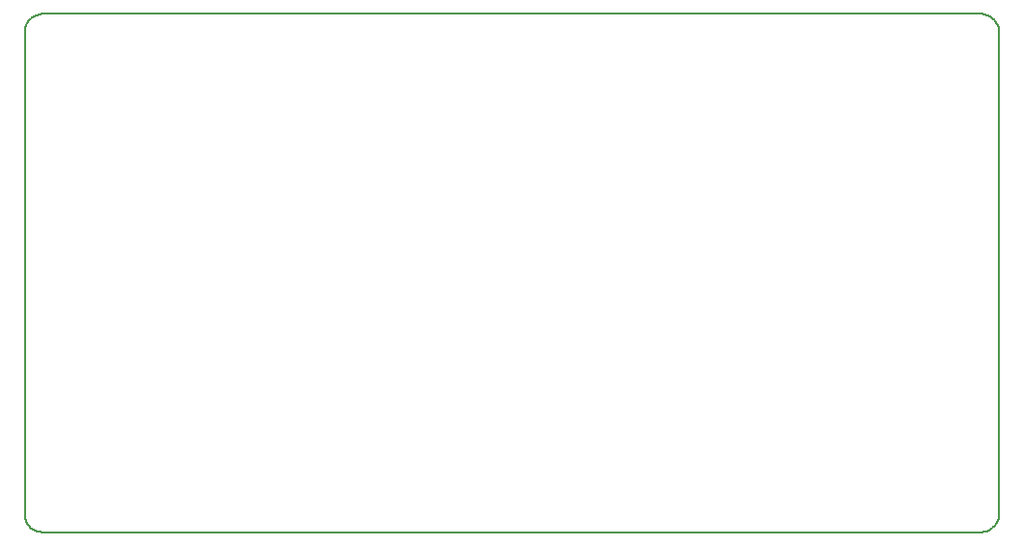
<source format=gko>
G04*
G04 #@! TF.GenerationSoftware,Altium Limited,Altium Designer,21.0.8 (223)*
G04*
G04 Layer_Color=16711935*
%FSLAX25Y25*%
%MOIN*%
G70*
G04*
G04 #@! TF.SameCoordinates,C5FB228B-B928-4E51-BBFA-540A54714D63*
G04*
G04*
G04 #@! TF.FilePolarity,Positive*
G04*
G01*
G75*
%ADD16C,0.00500*%
D16*
X329856Y-80D02*
X330000Y-21D01*
X331046Y71D01*
X332059Y342D01*
X333010Y786D01*
X333870Y1388D01*
X334612Y2130D01*
X335214Y2990D01*
X335658Y3941D01*
X335929Y4955D01*
X336021Y6000D01*
Y173000D02*
X335929Y174046D01*
X335658Y175059D01*
X335214Y176010D01*
X334612Y176870D01*
X333870Y177612D01*
X333010Y178214D01*
X332059Y178658D01*
X331046Y178929D01*
X330000Y179021D01*
X6084Y179021D02*
X5039Y178929D01*
X4025Y178658D01*
X3074Y178214D01*
X2214Y177612D01*
X1472Y176870D01*
X870Y176010D01*
X427Y175059D01*
X155Y174046D01*
X63Y173000D01*
Y5941D02*
X155Y4895D01*
X427Y3881D01*
X870Y2930D01*
X1472Y2070D01*
X2214Y1328D01*
X3074Y726D01*
X4025Y283D01*
X5039Y11D01*
X6084Y-80D01*
X329856D01*
X336021Y6000D02*
Y173000D01*
X6084Y179021D02*
X330000D01*
X6084Y179021D02*
X6084Y179021D01*
X63Y5941D02*
Y173000D01*
M02*

</source>
